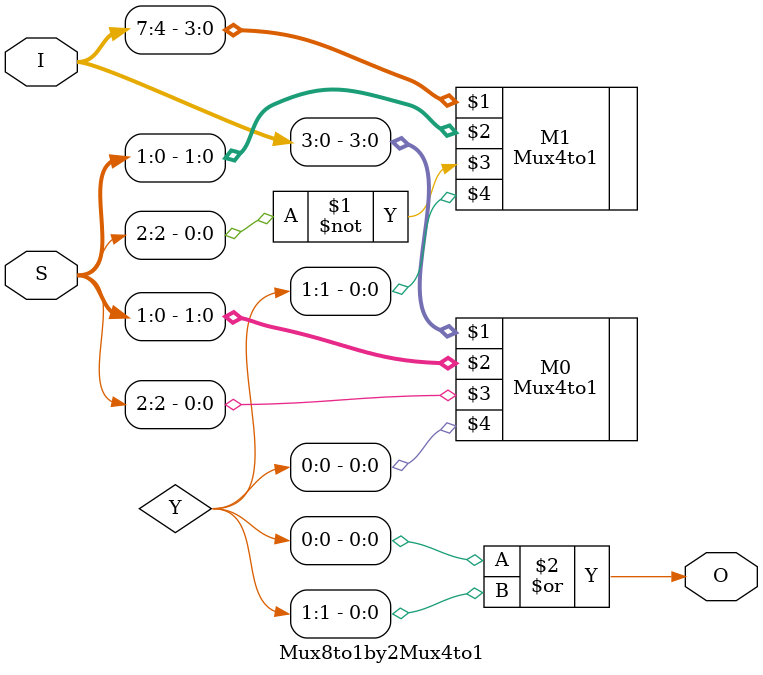
<source format=v>
`timescale 1ns / 1ps
module Mux8to1by2Mux4to1(
input wire [7:0] I,
input wire [2:0] S,
output wire O);
wire [1:0] Y;
Mux4to1 M0 (I[3:0], S[1:0], S[2], Y[0]);
Mux4to1 M1 (I[7:4], S[1:0], ~S[2], Y[1]);
assign O = Y[0] | Y[1]; 
endmodule

</source>
